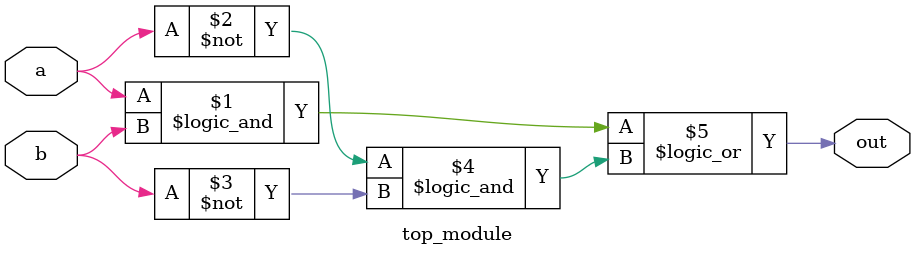
<source format=v>
module top_module( 
    input a, 
    input b, 
    output out );
    assign out = (a && b) || (~a && ~b);
endmodule
</source>
